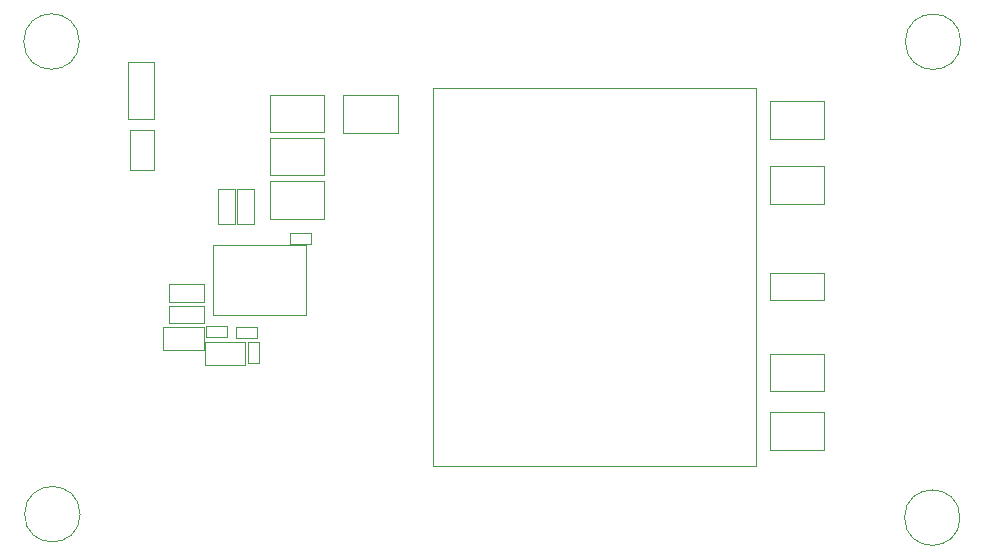
<source format=gbr>
%TF.GenerationSoftware,KiCad,Pcbnew,9.0.0*%
%TF.CreationDate,2025-03-31T14:23:32+05:30*%
%TF.ProjectId,Buck,4275636b-2e6b-4696-9361-645f70636258,rev?*%
%TF.SameCoordinates,Original*%
%TF.FileFunction,Other,User*%
%FSLAX46Y46*%
G04 Gerber Fmt 4.6, Leading zero omitted, Abs format (unit mm)*
G04 Created by KiCad (PCBNEW 9.0.0) date 2025-03-31 14:23:32*
%MOMM*%
%LPD*%
G01*
G04 APERTURE LIST*
%ADD10C,0.050000*%
%ADD11C,0.100000*%
G04 APERTURE END LIST*
D10*
%TO.C,R2*%
X136940000Y-126980000D02*
X138760000Y-126980000D01*
X136940000Y-127900000D02*
X136940000Y-126980000D01*
X138760000Y-126980000D02*
X138760000Y-127900000D01*
X138760000Y-127900000D02*
X136940000Y-127900000D01*
D11*
%TO.C,IC1*%
X137520000Y-120080000D02*
X145420000Y-120080000D01*
X137520000Y-125980000D02*
X137520000Y-120080000D01*
X145420000Y-120080000D02*
X145420000Y-125980000D01*
X145420000Y-125980000D02*
X137520000Y-125980000D01*
D10*
%TO.C,C5*%
X136870000Y-128270000D02*
X140270000Y-128270000D01*
X136870000Y-130230000D02*
X136870000Y-128270000D01*
X140270000Y-128270000D02*
X140270000Y-130230000D01*
X140270000Y-130230000D02*
X136870000Y-130230000D01*
%TO.C,H2*%
X200850000Y-102880000D02*
G75*
G02*
X196150000Y-102880000I-2350000J0D01*
G01*
X196150000Y-102880000D02*
G75*
G02*
X200850000Y-102880000I2350000J0D01*
G01*
%TO.C,R4*%
X133770000Y-125250000D02*
X136730000Y-125250000D01*
X133770000Y-126710000D02*
X133770000Y-125250000D01*
X136730000Y-125250000D02*
X136730000Y-126710000D01*
X136730000Y-126710000D02*
X133770000Y-126710000D01*
%TO.C,C7*%
X140480000Y-128290000D02*
X141400000Y-128290000D01*
X140480000Y-130110000D02*
X140480000Y-128290000D01*
X141400000Y-128290000D02*
X141400000Y-130110000D01*
X141400000Y-130110000D02*
X140480000Y-130110000D01*
%TO.C,C2*%
X142330000Y-114700000D02*
X146930000Y-114700000D01*
X142330000Y-117900000D02*
X142330000Y-114700000D01*
X146930000Y-114700000D02*
X146930000Y-117900000D01*
X146930000Y-117900000D02*
X142330000Y-117900000D01*
%TO.C,C3*%
X142330000Y-111000000D02*
X146930000Y-111000000D01*
X142330000Y-114200000D02*
X142330000Y-111000000D01*
X146930000Y-111000000D02*
X146930000Y-114200000D01*
X146930000Y-114200000D02*
X142330000Y-114200000D01*
D11*
%TO.C,L1*%
X156190000Y-106790000D02*
X183490000Y-106790000D01*
X156190000Y-138790000D02*
X156190000Y-106790000D01*
X183490000Y-106790000D02*
X183490000Y-138790000D01*
X183490000Y-138790000D02*
X156190000Y-138790000D01*
D10*
%TO.C,C13*%
X184660000Y-134210000D02*
X189260000Y-134210000D01*
X184660000Y-137410000D02*
X184660000Y-134210000D01*
X189260000Y-134210000D02*
X189260000Y-137410000D01*
X189260000Y-137410000D02*
X184660000Y-137410000D01*
%TO.C,R1*%
X130540000Y-110330000D02*
X132500000Y-110330000D01*
X130540000Y-113730000D02*
X130540000Y-110330000D01*
X132500000Y-110330000D02*
X132500000Y-113730000D01*
X132500000Y-113730000D02*
X130540000Y-113730000D01*
%TO.C,R7*%
X184690000Y-122450000D02*
X189290000Y-122450000D01*
X184690000Y-124750000D02*
X184690000Y-122450000D01*
X189290000Y-122450000D02*
X189290000Y-124750000D01*
X189290000Y-124750000D02*
X184690000Y-124750000D01*
%TO.C,R5*%
X133770000Y-123420000D02*
X136730000Y-123420000D01*
X133770000Y-124880000D02*
X133770000Y-123420000D01*
X136730000Y-123420000D02*
X136730000Y-124880000D01*
X136730000Y-124880000D02*
X133770000Y-124880000D01*
%TO.C,C6*%
X133330000Y-127000000D02*
X136730000Y-127000000D01*
X133330000Y-128960000D02*
X133330000Y-127000000D01*
X136730000Y-127000000D02*
X136730000Y-128960000D01*
X136730000Y-128960000D02*
X133330000Y-128960000D01*
%TO.C,C10*%
X184660000Y-107880000D02*
X189260000Y-107880000D01*
X184660000Y-111080000D02*
X184660000Y-107880000D01*
X189260000Y-107880000D02*
X189260000Y-111080000D01*
X189260000Y-111080000D02*
X184660000Y-111080000D01*
%TO.C,C9*%
X144040000Y-119040000D02*
X145860000Y-119040000D01*
X144040000Y-119960000D02*
X144040000Y-119040000D01*
X145860000Y-119040000D02*
X145860000Y-119960000D01*
X145860000Y-119960000D02*
X144040000Y-119960000D01*
%TO.C,H1*%
X126210000Y-102860000D02*
G75*
G02*
X121510000Y-102860000I-2350000J0D01*
G01*
X121510000Y-102860000D02*
G75*
G02*
X126210000Y-102860000I2350000J0D01*
G01*
%TO.C,C4*%
X148580000Y-107390000D02*
X153180000Y-107390000D01*
X148580000Y-110590000D02*
X148580000Y-107390000D01*
X153180000Y-107390000D02*
X153180000Y-110590000D01*
X153180000Y-110590000D02*
X148580000Y-110590000D01*
%TO.C,R3*%
X139460000Y-127010000D02*
X141280000Y-127010000D01*
X139460000Y-127930000D02*
X139460000Y-127010000D01*
X141280000Y-127010000D02*
X141280000Y-127930000D01*
X141280000Y-127930000D02*
X139460000Y-127930000D01*
%TO.C,H4*%
X126280000Y-142880000D02*
G75*
G02*
X121580000Y-142880000I-2350000J0D01*
G01*
X121580000Y-142880000D02*
G75*
G02*
X126280000Y-142880000I2350000J0D01*
G01*
%TO.C,H3*%
X200780000Y-143170000D02*
G75*
G02*
X196080000Y-143170000I-2350000J0D01*
G01*
X196080000Y-143170000D02*
G75*
G02*
X200780000Y-143170000I2350000J0D01*
G01*
%TO.C,C12*%
X184660000Y-129280000D02*
X189260000Y-129280000D01*
X184660000Y-132480000D02*
X184660000Y-129280000D01*
X189260000Y-129280000D02*
X189260000Y-132480000D01*
X189260000Y-132480000D02*
X184660000Y-132480000D01*
%TO.C,LED1*%
X130340000Y-104620000D02*
X132540000Y-104620000D01*
X130340000Y-109420000D02*
X130340000Y-104620000D01*
X132540000Y-104620000D02*
X132540000Y-109420000D01*
X132540000Y-109420000D02*
X130340000Y-109420000D01*
%TO.C,R6*%
X139540000Y-115315000D02*
X141000000Y-115315000D01*
X139540000Y-118275000D02*
X139540000Y-115315000D01*
X141000000Y-115315000D02*
X141000000Y-118275000D01*
X141000000Y-118275000D02*
X139540000Y-118275000D01*
%TO.C,C11*%
X184660000Y-113390000D02*
X189260000Y-113390000D01*
X184660000Y-116590000D02*
X184660000Y-113390000D01*
X189260000Y-113390000D02*
X189260000Y-116590000D01*
X189260000Y-116590000D02*
X184660000Y-116590000D01*
%TO.C,C1*%
X142330000Y-107360000D02*
X146930000Y-107360000D01*
X142330000Y-110560000D02*
X142330000Y-107360000D01*
X146930000Y-107360000D02*
X146930000Y-110560000D01*
X146930000Y-110560000D02*
X142330000Y-110560000D01*
%TO.C,C8*%
X137960000Y-115330000D02*
X139420000Y-115330000D01*
X137960000Y-118290000D02*
X137960000Y-115330000D01*
X139420000Y-115330000D02*
X139420000Y-118290000D01*
X139420000Y-118290000D02*
X137960000Y-118290000D01*
%TD*%
M02*

</source>
